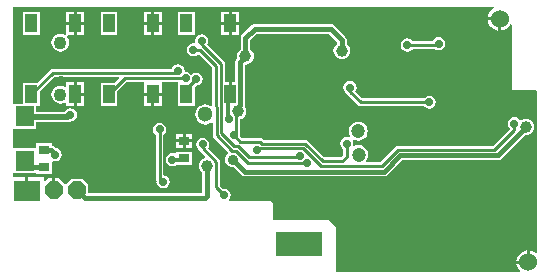
<source format=gbl>
%FSLAX25Y25*%
%MOIN*%
G70*
G01*
G75*
G04 Layer_Physical_Order=2*
G04 Layer_Color=16711680*
%ADD10R,0.07874X0.01969*%
%ADD11R,0.07874X0.09843*%
%ADD12R,0.03543X0.02756*%
%ADD13R,0.01969X0.02362*%
%ADD14R,0.05906X0.05906*%
%ADD15R,0.06693X0.04331*%
%ADD16R,0.03543X0.03150*%
%ADD17R,0.04331X0.06693*%
%ADD18R,0.02362X0.04528*%
%ADD19O,0.00984X0.03543*%
%ADD20O,0.03543X0.00984*%
%ADD21R,0.22441X0.22441*%
%ADD22R,0.07480X0.10236*%
%ADD23R,0.02559X0.04331*%
%ADD24R,0.04724X0.02362*%
%ADD25R,0.06693X0.03150*%
%ADD26R,0.03150X0.03543*%
%ADD27R,0.00984X0.04331*%
%ADD28R,0.08071X0.08071*%
%ADD29O,0.00787X0.03543*%
%ADD30O,0.03543X0.00787*%
%ADD31R,0.05315X0.04724*%
%ADD32R,0.19685X0.04724*%
%ADD33R,0.01969X0.01969*%
%ADD34R,0.12992X0.05512*%
%ADD35R,0.05118X0.02756*%
%ADD36R,0.05709X0.17323*%
%ADD37C,0.00984*%
%ADD38C,0.01181*%
%ADD39C,0.01969*%
%ADD40C,0.01575*%
%ADD41C,0.03937*%
%ADD42R,0.13780X0.06496*%
%ADD43R,0.15748X0.07874*%
%ADD44C,0.05118*%
%ADD45R,0.09055X0.07087*%
%ADD46C,0.04724*%
%ADD47P,0.06392X8X112.5*%
%ADD48C,0.06000*%
%ADD49C,0.04331*%
%ADD50C,0.02756*%
%ADD51C,0.01969*%
%ADD52C,0.03543*%
%ADD53C,0.03937*%
%ADD54R,0.03937X0.05906*%
%ADD55R,0.05906X0.06890*%
G36*
X161393Y-1376D02*
X161270Y-1427D01*
X160435Y-2068D01*
X159793Y-2904D01*
X159390Y-3877D01*
X159319Y-4421D01*
X163287D01*
Y-4921D01*
X163787D01*
Y-8890D01*
X164332Y-8818D01*
X165305Y-8415D01*
X166140Y-7774D01*
X166781Y-6938D01*
X166832Y-6815D01*
X167323Y-6913D01*
Y-28543D01*
X175434D01*
X175787Y-28897D01*
X175700Y-82714D01*
X175251Y-82934D01*
X174852Y-82628D01*
X173879Y-82225D01*
X173335Y-82153D01*
Y-86122D01*
X172835D01*
Y-86622D01*
X168866D01*
X168938Y-87166D01*
X169341Y-88139D01*
X169982Y-88975D01*
X170008Y-88995D01*
X169847Y-89468D01*
X108661D01*
Y-74311D01*
X106398Y-72047D01*
X87992D01*
X87697Y-71752D01*
Y-66535D01*
X87106Y-65847D01*
X73122D01*
X72977Y-65368D01*
X73018Y-65341D01*
X73496Y-64624D01*
X73664Y-63779D01*
X73496Y-62935D01*
X73018Y-62218D01*
X72302Y-61740D01*
X71457Y-61572D01*
X71154Y-61632D01*
X70107Y-60585D01*
Y-52676D01*
X70024Y-52259D01*
X70008Y-52176D01*
X69725Y-51753D01*
X66014Y-48042D01*
X66311Y-47597D01*
X66479Y-46752D01*
X66311Y-45907D01*
X65833Y-45191D01*
X65117Y-44712D01*
X64272Y-44544D01*
X63427Y-44712D01*
X62710Y-45191D01*
X62232Y-45907D01*
X62064Y-46752D01*
X62232Y-47597D01*
X62710Y-48313D01*
X63045Y-48537D01*
X63050Y-48561D01*
X63066Y-48644D01*
X63349Y-49068D01*
X65070Y-50789D01*
X64973Y-51279D01*
X64361Y-51532D01*
X63786Y-51974D01*
X63344Y-52550D01*
X63066Y-53220D01*
X62972Y-53940D01*
X63066Y-54659D01*
X63344Y-55330D01*
X63786Y-55905D01*
X64146Y-56181D01*
Y-63060D01*
X26181D01*
Y-60236D01*
X24311Y-58366D01*
X20571D01*
X18807Y-60130D01*
X18520Y-60130D01*
X16543Y-58153D01*
X15067D01*
Y-62106D01*
X14067D01*
Y-58153D01*
X12591D01*
X11698Y-59046D01*
X11236Y-58855D01*
Y-57760D01*
X6209D01*
Y-62303D01*
X5209D01*
Y-57760D01*
X1083D01*
Y-56595D01*
X1181Y-56496D01*
X1436Y-56496D01*
X1436Y-56496D01*
Y-56496D01*
X8661D01*
Y-56496D01*
X8661D01*
X8858Y-56693D01*
Y-56693D01*
X13976D01*
Y-52564D01*
X14363Y-52247D01*
X15157Y-52405D01*
X16002Y-52237D01*
X16719Y-51758D01*
X17197Y-51042D01*
X17365Y-50197D01*
X17197Y-49352D01*
X16719Y-48636D01*
X16002Y-48157D01*
X15236Y-48005D01*
X14915Y-47684D01*
X14394Y-47335D01*
X14292Y-47315D01*
X13976Y-47252D01*
Y-46457D01*
X8858D01*
Y-48031D01*
X8661D01*
Y-48031D01*
X1436D01*
X1436Y-48031D01*
Y-48031D01*
X1181Y-48031D01*
X1083Y-47933D01*
Y-41831D01*
X1181Y-41732D01*
X1436Y-41732D01*
X1436Y-41732D01*
Y-41732D01*
X8661D01*
Y-39503D01*
X19390D01*
X20081Y-39366D01*
X20570Y-39039D01*
X21022Y-38949D01*
X21738Y-38471D01*
X22217Y-37754D01*
X22385Y-36909D01*
X22217Y-36065D01*
X21738Y-35348D01*
X21022Y-34870D01*
X20177Y-34702D01*
X19332Y-34870D01*
X18616Y-35348D01*
X18254Y-35890D01*
X8661D01*
Y-33858D01*
X9941D01*
Y-29207D01*
X14812Y-24336D01*
X36305D01*
X36497Y-24798D01*
X34917Y-26378D01*
X30266D01*
Y-33858D01*
X35778D01*
Y-29207D01*
X38877Y-26108D01*
X44563D01*
X44620Y-26165D01*
X44620Y-26461D01*
X44620Y-26461D01*
X44620D01*
Y-29618D01*
X50557D01*
Y-26461D01*
X50557Y-26461D01*
X50557D01*
X50557Y-26165D01*
X50615Y-26108D01*
X56102D01*
Y-26378D01*
X56102D01*
Y-33858D01*
X61614D01*
Y-27622D01*
X62001Y-27305D01*
X62008Y-27306D01*
X62853Y-27138D01*
X63569Y-26660D01*
X64048Y-25943D01*
X64216Y-25098D01*
X64048Y-24254D01*
X63569Y-23537D01*
X62853Y-23059D01*
X62008Y-22891D01*
X61163Y-23059D01*
X60447Y-23537D01*
X60321D01*
X60124Y-23242D01*
X59408Y-22763D01*
X58563Y-22595D01*
X58481Y-22612D01*
X58212Y-22343D01*
X58044Y-21498D01*
X57565Y-20781D01*
X56849Y-20303D01*
X56004Y-20135D01*
X55159Y-20303D01*
X54443Y-20781D01*
X53964Y-21498D01*
X53919Y-21727D01*
X14272D01*
X13772Y-21826D01*
X13632Y-21920D01*
X13349Y-22109D01*
X9080Y-26378D01*
X4429D01*
Y-33268D01*
X1436D01*
X1436Y-33268D01*
Y-33268D01*
X1181Y-33268D01*
X1083Y-33169D01*
Y-1083D01*
X1280Y-886D01*
X161296D01*
X161393Y-1376D01*
D02*
G37*
%LPC*%
G36*
X50557Y-30618D02*
X48089D01*
Y-34071D01*
X50557D01*
Y-30618D01*
D02*
G37*
G36*
X24721D02*
X22252D01*
Y-34071D01*
X24721D01*
Y-30618D01*
D02*
G37*
G36*
X47089D02*
X44620D01*
Y-34071D01*
X47089D01*
Y-30618D01*
D02*
G37*
G36*
X24721Y-26165D02*
X22252D01*
Y-29618D01*
X24721D01*
Y-26165D01*
D02*
G37*
G36*
Y-6996D02*
X22252D01*
Y-10449D01*
X24721D01*
Y-6996D01*
D02*
G37*
G36*
X142913Y-10981D02*
X142069Y-11149D01*
X141352Y-11628D01*
X140874Y-12344D01*
X140867Y-12376D01*
X134213D01*
X134041Y-12120D01*
X133325Y-11641D01*
X132480Y-11473D01*
X131635Y-11641D01*
X130919Y-12120D01*
X130441Y-12836D01*
X130272Y-13681D01*
X130441Y-14526D01*
X130919Y-15242D01*
X131635Y-15721D01*
X132480Y-15889D01*
X133325Y-15721D01*
X134041Y-15242D01*
X134213Y-14986D01*
X141705D01*
X142069Y-15229D01*
X142913Y-15397D01*
X143758Y-15229D01*
X144474Y-14750D01*
X144953Y-14034D01*
X145121Y-13189D01*
X144953Y-12344D01*
X144474Y-11628D01*
X143758Y-11149D01*
X142913Y-10981D01*
D02*
G37*
G36*
X21252Y-26165D02*
X18783D01*
Y-27428D01*
X18335Y-27649D01*
X18320Y-27637D01*
X17602Y-27340D01*
X16831Y-27238D01*
X16060Y-27340D01*
X15342Y-27637D01*
X14725Y-28111D01*
X14252Y-28727D01*
X13954Y-29446D01*
X13852Y-30217D01*
X13954Y-30987D01*
X14252Y-31706D01*
X14725Y-32322D01*
X15342Y-32796D01*
X16060Y-33093D01*
X16831Y-33195D01*
X17602Y-33093D01*
X18320Y-32796D01*
X18335Y-32784D01*
X18783Y-33005D01*
Y-34071D01*
X21252D01*
Y-30118D01*
Y-26165D01*
D02*
G37*
G36*
X60630Y-49311D02*
X55512D01*
Y-49657D01*
X55071Y-49893D01*
X54981Y-49833D01*
X54137Y-49665D01*
X53292Y-49833D01*
X52575Y-50311D01*
X52097Y-51028D01*
X51929Y-51873D01*
X52097Y-52718D01*
X52575Y-53434D01*
X53292Y-53912D01*
X54137Y-54080D01*
X54981Y-53912D01*
X55442Y-53605D01*
X55512Y-53642D01*
Y-53642D01*
X55512Y-53642D01*
X60630D01*
Y-49311D01*
D02*
G37*
G36*
X57571Y-46071D02*
X55299D01*
Y-47949D01*
X57571D01*
Y-46071D01*
D02*
G37*
G36*
X172335Y-82153D02*
X171790Y-82225D01*
X170817Y-82628D01*
X169982Y-83269D01*
X169341Y-84105D01*
X168938Y-85078D01*
X168866Y-85622D01*
X172335D01*
Y-82153D01*
D02*
G37*
G36*
X49893Y-39623D02*
X49049Y-39791D01*
X48332Y-40270D01*
X47854Y-40986D01*
X47686Y-41831D01*
X47854Y-42676D01*
X48332Y-43392D01*
X48589Y-43563D01*
Y-58063D01*
X48672Y-58479D01*
X48688Y-58562D01*
X48938Y-58936D01*
X48875Y-59252D01*
X49043Y-60097D01*
X49522Y-60813D01*
X50238Y-61292D01*
X51083Y-61460D01*
X51928Y-61292D01*
X52644Y-60813D01*
X53122Y-60097D01*
X53290Y-59252D01*
X53122Y-58407D01*
X52644Y-57691D01*
X51928Y-57212D01*
X51198Y-57067D01*
Y-43563D01*
X51455Y-43392D01*
X51933Y-42676D01*
X52101Y-41831D01*
X51933Y-40986D01*
X51455Y-40270D01*
X50738Y-39791D01*
X49893Y-39623D01*
D02*
G37*
G36*
X60843Y-43193D02*
X58571D01*
Y-45071D01*
X60843D01*
Y-43193D01*
D02*
G37*
G36*
X113386Y-25647D02*
X112541Y-25815D01*
X111825Y-26293D01*
X111346Y-27009D01*
X111178Y-27854D01*
X111346Y-28699D01*
X111825Y-29416D01*
X112163Y-29641D01*
X112164Y-29649D01*
X112180Y-29732D01*
X112463Y-30155D01*
X116007Y-33698D01*
X116430Y-33981D01*
X116513Y-33997D01*
X116929Y-34080D01*
X138097D01*
X138268Y-34337D01*
X138984Y-34815D01*
X139829Y-34983D01*
X140674Y-34815D01*
X141390Y-34337D01*
X141869Y-33621D01*
X142037Y-32776D01*
X141869Y-31931D01*
X141390Y-31214D01*
X140674Y-30736D01*
X139829Y-30568D01*
X138984Y-30736D01*
X138268Y-31214D01*
X138097Y-31471D01*
X117470D01*
X115134Y-29136D01*
X115426Y-28699D01*
X115594Y-27854D01*
X115426Y-27009D01*
X114947Y-26293D01*
X114231Y-25815D01*
X113386Y-25647D01*
D02*
G37*
G36*
X60843Y-46071D02*
X58571D01*
Y-47949D01*
X60843D01*
Y-46071D01*
D02*
G37*
G36*
X57571Y-43193D02*
X55299D01*
Y-45071D01*
X57571D01*
Y-43193D01*
D02*
G37*
G36*
X21252Y-2543D02*
X18783D01*
Y-5996D01*
X21252D01*
Y-2543D01*
D02*
G37*
G36*
X24721D02*
X22252D01*
Y-5996D01*
X24721D01*
Y-2543D01*
D02*
G37*
G36*
X162787Y-5421D02*
X159319D01*
X159390Y-5965D01*
X159793Y-6938D01*
X160435Y-7774D01*
X161270Y-8415D01*
X162243Y-8818D01*
X162787Y-8890D01*
Y-5421D01*
D02*
G37*
G36*
X106890Y-6662D02*
X106890Y-6662D01*
X81595D01*
X81595Y-6662D01*
X80980Y-6784D01*
X80807Y-6900D01*
X80459Y-7132D01*
X80459Y-7132D01*
X77408Y-10183D01*
X77060Y-10704D01*
X77040Y-10806D01*
X76938Y-11319D01*
X76938Y-11319D01*
Y-15180D01*
X76578Y-15456D01*
X76136Y-16031D01*
X75858Y-16702D01*
X75764Y-17421D01*
X75823Y-17871D01*
X75636Y-18058D01*
X75288Y-18578D01*
X75268Y-18680D01*
X75166Y-19193D01*
X75166Y-19193D01*
Y-26165D01*
X73925D01*
Y-30118D01*
X72925D01*
Y-26165D01*
X71679D01*
Y-19953D01*
X71596Y-19537D01*
X71579Y-19454D01*
X71297Y-19031D01*
X65775Y-13509D01*
X66016Y-13148D01*
X66184Y-12303D01*
X66016Y-11458D01*
X65538Y-10742D01*
X64821Y-10263D01*
X63976Y-10095D01*
X63131Y-10263D01*
X62415Y-10742D01*
X61937Y-11458D01*
X61769Y-12303D01*
X61862Y-12771D01*
X61508Y-13125D01*
X61122Y-13048D01*
X60277Y-13216D01*
X59561Y-13695D01*
X59082Y-14411D01*
X58914Y-15256D01*
X59082Y-16101D01*
X59561Y-16817D01*
X60277Y-17296D01*
X61122Y-17464D01*
X61967Y-17296D01*
X62683Y-16817D01*
X64136Y-17788D01*
X67495Y-21146D01*
Y-33821D01*
X67046Y-34042D01*
X66845Y-33888D01*
X66031Y-33551D01*
X65158Y-33436D01*
X64284Y-33551D01*
X63470Y-33888D01*
X62771Y-34424D01*
X62234Y-35123D01*
X61897Y-35937D01*
X61782Y-36811D01*
X61897Y-37685D01*
X62234Y-38499D01*
X62771Y-39198D01*
X63470Y-39734D01*
X64284Y-40071D01*
X65158Y-40186D01*
X66031Y-40071D01*
X66845Y-39734D01*
X67145Y-39504D01*
X67593Y-39726D01*
Y-43797D01*
X67676Y-44214D01*
X67692Y-44297D01*
X67975Y-44720D01*
X72679Y-49423D01*
X72646Y-49922D01*
X72486Y-50045D01*
X72076Y-50580D01*
X71818Y-51202D01*
X71730Y-51870D01*
X71818Y-52538D01*
X72076Y-53161D01*
X72486Y-53695D01*
X73020Y-54105D01*
X73643Y-54363D01*
X74311Y-54451D01*
X74585Y-54415D01*
X77211Y-57041D01*
X77211Y-57041D01*
X77732Y-57389D01*
X78346Y-57511D01*
X103642D01*
X103642Y-57511D01*
X103642Y-57511D01*
X124692D01*
X124692Y-57511D01*
X125204Y-57409D01*
X125306Y-57389D01*
X125827Y-57041D01*
X130770Y-52098D01*
X162598D01*
X162598Y-52098D01*
X163111Y-51996D01*
X163213Y-51976D01*
X163734Y-51627D01*
X171598Y-43764D01*
X172047Y-43823D01*
X172767Y-43728D01*
X173437Y-43451D01*
X174013Y-43009D01*
X174454Y-42433D01*
X174732Y-41763D01*
X174827Y-41043D01*
X174732Y-40324D01*
X174454Y-39654D01*
X174013Y-39078D01*
X173437Y-38636D01*
X172767Y-38358D01*
X172047Y-38264D01*
X171328Y-38358D01*
X170657Y-38636D01*
X170509Y-38750D01*
X170015Y-38669D01*
X169770Y-38301D01*
X169053Y-37822D01*
X168209Y-37654D01*
X167364Y-37822D01*
X166648Y-38301D01*
X166169Y-39017D01*
X166001Y-39862D01*
X166169Y-40707D01*
X166648Y-41423D01*
X166667Y-41625D01*
X160975Y-47317D01*
X129331D01*
X128914Y-47400D01*
X128832Y-47417D01*
X128408Y-47700D01*
X123377Y-52731D01*
X118831D01*
X118610Y-52282D01*
X118991Y-51785D01*
X119309Y-51019D01*
X119417Y-50197D01*
X119309Y-49375D01*
X118991Y-48608D01*
X118486Y-47951D01*
X117829Y-47446D01*
X117062Y-47128D01*
X116240Y-47020D01*
X115418Y-47128D01*
X114795Y-47386D01*
X114409Y-47069D01*
X114511Y-46555D01*
X114343Y-45710D01*
X114249Y-45569D01*
X114404Y-45368D01*
X114561Y-45176D01*
X115320Y-45490D01*
X116142Y-45598D01*
X116964Y-45490D01*
X117730Y-45172D01*
X118388Y-44668D01*
X118893Y-44010D01*
X119210Y-43244D01*
X119318Y-42421D01*
X119210Y-41599D01*
X118893Y-40833D01*
X118388Y-40175D01*
X117730Y-39670D01*
X116964Y-39353D01*
X116142Y-39244D01*
X115320Y-39353D01*
X114553Y-39670D01*
X113895Y-40175D01*
X113391Y-40833D01*
X113073Y-41599D01*
X112965Y-42421D01*
X113073Y-43244D01*
X113391Y-44010D01*
X113508Y-44162D01*
X113166Y-44528D01*
X113148Y-44515D01*
X112303Y-44347D01*
X111458Y-44515D01*
X110742Y-44994D01*
X110263Y-45710D01*
X110095Y-46555D01*
X110263Y-47400D01*
X110742Y-48116D01*
X110999Y-48288D01*
Y-50444D01*
X110286Y-51156D01*
X104771D01*
X99248Y-45633D01*
X98824Y-45350D01*
X98742Y-45333D01*
X98325Y-45250D01*
X84596D01*
X84289Y-44944D01*
X83865Y-44661D01*
X83783Y-44644D01*
X83366Y-44561D01*
X77214D01*
X76754Y-44102D01*
X76814Y-43799D01*
X76678Y-43115D01*
X76698Y-43012D01*
Y-38512D01*
X76704Y-38512D01*
X77374Y-38234D01*
X77950Y-37792D01*
X78391Y-37217D01*
X78669Y-36546D01*
X78764Y-35827D01*
X78669Y-35107D01*
X78391Y-34437D01*
X78254Y-34258D01*
X78255Y-34256D01*
X78377Y-33642D01*
Y-20346D01*
X78543Y-20201D01*
X79263Y-20106D01*
X79933Y-19828D01*
X80509Y-19387D01*
X80951Y-18811D01*
X81228Y-18141D01*
X81323Y-17421D01*
X81228Y-16702D01*
X80951Y-16031D01*
X80509Y-15456D01*
X80149Y-15180D01*
Y-11984D01*
X82260Y-9873D01*
X106225D01*
X109024Y-12673D01*
Y-13309D01*
X108664Y-13586D01*
X108223Y-14161D01*
X107945Y-14832D01*
X107850Y-15551D01*
X107945Y-16271D01*
X108223Y-16941D01*
X108664Y-17517D01*
X109240Y-17958D01*
X109911Y-18236D01*
X110630Y-18331D01*
X111349Y-18236D01*
X112020Y-17958D01*
X112595Y-17517D01*
X113037Y-16941D01*
X113315Y-16271D01*
X113410Y-15551D01*
X113315Y-14832D01*
X113037Y-14161D01*
X112595Y-13586D01*
X112236Y-13309D01*
Y-12008D01*
X112236Y-12008D01*
X112113Y-11393D01*
X111765Y-10872D01*
X108025Y-7132D01*
X107504Y-6784D01*
X107402Y-6764D01*
X106890Y-6662D01*
D02*
G37*
G36*
X72925Y-2543D02*
X70457D01*
Y-5996D01*
X72925D01*
Y-2543D01*
D02*
G37*
G36*
X76394D02*
X73925D01*
Y-5996D01*
X76394D01*
Y-2543D01*
D02*
G37*
G36*
X47089D02*
X44620D01*
Y-5996D01*
X47089D01*
Y-2543D01*
D02*
G37*
G36*
X50557D02*
X48089D01*
Y-5996D01*
X50557D01*
Y-2543D01*
D02*
G37*
G36*
X72925Y-6996D02*
X70457D01*
Y-10449D01*
X72925D01*
Y-6996D01*
D02*
G37*
G36*
X76394D02*
X73925D01*
Y-10449D01*
X76394D01*
Y-6996D01*
D02*
G37*
G36*
X47089D02*
X44620D01*
Y-10449D01*
X47089D01*
Y-6996D01*
D02*
G37*
G36*
X50557D02*
X48089D01*
Y-10449D01*
X50557D01*
Y-6996D01*
D02*
G37*
G36*
X35778Y-2756D02*
X30266D01*
Y-10236D01*
X35778D01*
Y-2756D01*
D02*
G37*
G36*
X61614D02*
X56102D01*
Y-10236D01*
X61614D01*
Y-2756D01*
D02*
G37*
G36*
X21252Y-6996D02*
X18783D01*
Y-10105D01*
X18335Y-10326D01*
X18320Y-10315D01*
X17602Y-10017D01*
X16831Y-9916D01*
X16060Y-10017D01*
X15342Y-10315D01*
X14725Y-10788D01*
X14252Y-11405D01*
X13954Y-12123D01*
X13852Y-12894D01*
X13954Y-13665D01*
X14252Y-14383D01*
X14725Y-15000D01*
X15342Y-15473D01*
X16060Y-15770D01*
X16831Y-15872D01*
X17602Y-15770D01*
X18320Y-15473D01*
X18937Y-15000D01*
X19410Y-14383D01*
X19707Y-13665D01*
X19809Y-12894D01*
X19707Y-12123D01*
X19410Y-11405D01*
X19021Y-10897D01*
X19242Y-10449D01*
X21252D01*
Y-6996D01*
D02*
G37*
G36*
X9941Y-2756D02*
X4429D01*
Y-10236D01*
X9941D01*
Y-2756D01*
D02*
G37*
%LPD*%
D12*
X58071Y-45571D02*
D03*
Y-51476D02*
D03*
D16*
X11417Y-48819D02*
D03*
Y-54331D02*
D03*
D37*
X68898Y-43797D02*
Y-34270D01*
X74116Y-49016D02*
X75493D01*
X68898Y-43797D02*
X74116Y-49016D01*
X70472Y-43145D02*
Y-33618D01*
X74768Y-47441D02*
X76146D01*
X70472Y-43145D02*
X74768Y-47441D01*
X70374Y-33519D02*
X70472Y-33618D01*
X76673Y-45866D02*
X83366D01*
X75394Y-43012D02*
Y-36417D01*
X74606Y-43799D02*
X76673Y-45866D01*
X74606Y-43799D02*
X75394Y-43012D01*
X168209Y-41929D02*
Y-39862D01*
X129331Y-48622D02*
X161516D01*
X168209Y-41929D01*
X14272Y-23031D02*
X55315D01*
X56004Y-22343D01*
X7185Y-30118D02*
X14272Y-23031D01*
X75493Y-49016D02*
X79531Y-53054D01*
X98832D02*
X98974Y-52911D01*
X79531Y-53054D02*
X98832D01*
X96009Y-51144D02*
X96560Y-50593D01*
X79849Y-51144D02*
X96009D01*
X76146Y-47441D02*
X79849Y-51144D01*
X83366Y-45866D02*
X84055Y-46555D01*
X75394Y-36417D02*
X75984Y-35827D01*
X63449Y-15256D02*
X68799Y-20606D01*
Y-34172D02*
Y-20606D01*
Y-34172D02*
X68898Y-34270D01*
X63976Y-13556D02*
X70374Y-19953D01*
Y-33519D02*
Y-19953D01*
X64272Y-48145D02*
Y-46752D01*
Y-48145D02*
X68802Y-52676D01*
X63976Y-13556D02*
Y-12303D01*
X82185Y-48130D02*
X97673D01*
X82139Y-48176D02*
X82185Y-48130D01*
X82139Y-48290D02*
Y-48176D01*
X84055Y-46555D02*
X98325D01*
X142421Y-13681D02*
X142913Y-13189D01*
X132480Y-13681D02*
X142421D01*
X103578Y-54035D02*
X123917D01*
X129331Y-48622D01*
X116929Y-32776D02*
X139829D01*
X113386Y-29232D02*
X116929Y-32776D01*
X113386Y-29232D02*
Y-27854D01*
X68802Y-61125D02*
X71457Y-63779D01*
X68802Y-61125D02*
Y-52676D01*
X98325Y-46555D02*
X104231Y-52461D01*
X110827D01*
X112303Y-50984D01*
Y-46555D01*
X97673Y-48130D02*
X103578Y-54035D01*
X58858Y-28248D02*
X62008Y-25098D01*
X58858Y-30118D02*
Y-28248D01*
X33022Y-30118D02*
X38337Y-24803D01*
X58563D01*
X49893Y-58063D02*
Y-41831D01*
Y-58063D02*
X51083Y-59252D01*
X61122Y-15256D02*
X63449D01*
D38*
X72835Y-38287D02*
X72933Y-38386D01*
X72835Y-38287D02*
Y-30709D01*
X73425Y-30118D01*
X54137Y-51873D02*
X57773D01*
X57874Y-51772D01*
D39*
X19390Y-37697D02*
X20177Y-36909D01*
X5118Y-37697D02*
X19390D01*
X4921Y-37500D02*
X5118Y-37697D01*
D40*
X110630Y-15551D02*
Y-12008D01*
X106890Y-8268D02*
X110630Y-12008D01*
X81595Y-8268D02*
X106890D01*
X11417Y-48819D02*
X13780D01*
X15157Y-50197D01*
X78346Y-55905D02*
X103642D01*
X74311Y-51870D02*
X78346Y-55905D01*
X130105Y-50492D02*
X162598D01*
X172047Y-41043D01*
X6988Y-54331D02*
X11417D01*
X78543Y-11319D02*
X81595Y-8268D01*
X78543Y-17421D02*
Y-11319D01*
X76772Y-19193D02*
X78543Y-17421D01*
X76772Y-33642D02*
Y-19193D01*
X124692Y-55905D02*
X130105Y-50492D01*
X25000Y-64665D02*
X65158D01*
X65751Y-64072D02*
Y-53940D01*
X65158Y-64665D02*
X65751Y-64072D01*
X22441Y-62106D02*
X25000Y-64665D01*
X72225Y-5296D02*
X73425Y-6496D01*
X103642Y-55905D02*
X103642Y-55905D01*
X124692D01*
D43*
X96260Y-79921D02*
D03*
D44*
X65158Y-36811D02*
D03*
D45*
X5709Y-62303D02*
D03*
D46*
X116240Y-50197D02*
D03*
X116142Y-42421D02*
D03*
D47*
X14567Y-62106D02*
D03*
X22441D02*
D03*
D48*
X163287Y-4921D02*
D03*
X172835Y-86122D02*
D03*
D49*
X16831Y-12894D02*
D03*
Y-30217D02*
D03*
D50*
X103248Y-22736D02*
D03*
Y-27067D02*
D03*
Y-31398D02*
D03*
Y-35728D02*
D03*
Y-40059D02*
D03*
X98917Y-22736D02*
D03*
Y-27067D02*
D03*
Y-31398D02*
D03*
Y-35728D02*
D03*
Y-40059D02*
D03*
X94587Y-22736D02*
D03*
Y-27067D02*
D03*
Y-31398D02*
D03*
Y-35728D02*
D03*
Y-40059D02*
D03*
X90256Y-22736D02*
D03*
Y-27067D02*
D03*
Y-31398D02*
D03*
Y-35728D02*
D03*
Y-40059D02*
D03*
X85925Y-22736D02*
D03*
Y-27067D02*
D03*
Y-31398D02*
D03*
Y-35728D02*
D03*
Y-40059D02*
D03*
X82336Y-48684D02*
D03*
X72933Y-38386D02*
D03*
X64272Y-46752D02*
D03*
X168209Y-39862D02*
D03*
X91339Y-5217D02*
D03*
X91831Y-11909D02*
D03*
X142913Y-13189D02*
D03*
X132480Y-13681D02*
D03*
X11417Y-44488D02*
D03*
X41339Y-38583D02*
D03*
X75000Y-57677D02*
D03*
X69980Y-13976D02*
D03*
X42815Y-18307D02*
D03*
X29134Y-40650D02*
D03*
X23524D02*
D03*
X43898Y-39272D02*
D03*
X51083Y-59252D02*
D03*
X49893Y-41831D02*
D03*
X64272Y-3543D02*
D03*
X125098Y-24213D02*
D03*
X17323Y-18799D02*
D03*
X9055Y-20866D02*
D03*
X12106Y-30315D02*
D03*
X16929Y-25492D02*
D03*
X20571Y-50886D02*
D03*
X25886Y-50984D02*
D03*
X31102D02*
D03*
X54528Y-30709D02*
D03*
X74606Y-43799D02*
D03*
X112303Y-46555D02*
D03*
X71457Y-63779D02*
D03*
X56004Y-22343D02*
D03*
X58563Y-24803D02*
D03*
X62008Y-25098D02*
D03*
X20177Y-36909D02*
D03*
X15157Y-50197D02*
D03*
X157579Y-15551D02*
D03*
X138091Y-17520D02*
D03*
X139829Y-32776D02*
D03*
X125787Y-8268D02*
D03*
X42224Y-41043D02*
D03*
X146752Y-8268D02*
D03*
X144980Y-20866D02*
D03*
X173917Y-30118D02*
D03*
X165059Y-87598D02*
D03*
X136319D02*
D03*
X130315Y-87402D02*
D03*
X157677Y-31398D02*
D03*
X123228Y-49803D02*
D03*
X2756Y-26969D02*
D03*
X67323Y-8169D02*
D03*
X124803Y-87402D02*
D03*
X113386Y-27854D02*
D03*
X2756Y-20915D02*
D03*
Y-14862D02*
D03*
X11614Y-2559D02*
D03*
X17126Y-2461D02*
D03*
X42421Y-27657D02*
D03*
X42323Y-31299D02*
D03*
X54429Y-27657D02*
D03*
X94488Y-11516D02*
D03*
Y-5118D02*
D03*
X88386D02*
D03*
X112894Y-8858D02*
D03*
X151378Y-33760D02*
D03*
X145768Y-33661D02*
D03*
X145669Y-27559D02*
D03*
X151279Y-27461D02*
D03*
X121063Y-46063D02*
D03*
X54137Y-51873D02*
D03*
X131004Y-17717D02*
D03*
X96560Y-50593D02*
D03*
X63976Y-12303D02*
D03*
X98974Y-52911D02*
D03*
X61122Y-15256D02*
D03*
D51*
X45965Y-54528D02*
D03*
X41634D02*
D03*
X45965Y-50197D02*
D03*
X41634D02*
D03*
D52*
X74311Y-51870D02*
D03*
D53*
X65751Y-53940D02*
D03*
X110630Y-15551D02*
D03*
X75984Y-35827D02*
D03*
X78543Y-17421D02*
D03*
X172047Y-41043D02*
D03*
D54*
X7185Y-6496D02*
D03*
Y-30118D02*
D03*
X21752D02*
D03*
Y-6496D02*
D03*
X58858D02*
D03*
Y-30118D02*
D03*
X73425D02*
D03*
Y-6496D02*
D03*
X33022D02*
D03*
Y-30118D02*
D03*
X47589D02*
D03*
Y-6496D02*
D03*
D55*
X4921Y-52264D02*
D03*
Y-37500D02*
D03*
M02*

</source>
